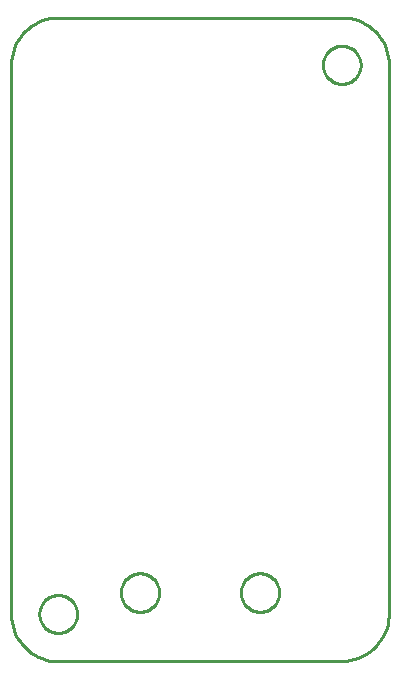
<source format=gbr>
G04 EAGLE Gerber RS-274X export*
G75*
%MOMM*%
%FSLAX34Y34*%
%LPD*%
%IN*%
%IPPOS*%
%AMOC8*
5,1,8,0,0,1.08239X$1,22.5*%
G01*
%ADD10C,0.254000*%


D10*
X0Y40000D02*
X152Y36514D01*
X608Y33054D01*
X1363Y29647D01*
X2412Y26319D01*
X3748Y23095D01*
X5359Y20000D01*
X7234Y17057D01*
X9358Y14289D01*
X11716Y11716D01*
X14289Y9358D01*
X17057Y7234D01*
X20000Y5359D01*
X23095Y3748D01*
X26319Y2412D01*
X29647Y1363D01*
X33054Y608D01*
X36514Y152D01*
X40000Y0D01*
X280000Y0D01*
X283583Y258D01*
X287130Y827D01*
X290614Y1703D01*
X294008Y2879D01*
X297286Y4347D01*
X300425Y6095D01*
X303399Y8109D01*
X306186Y10376D01*
X308765Y12876D01*
X311116Y15592D01*
X313222Y18502D01*
X315066Y21585D01*
X316634Y24817D01*
X317915Y28173D01*
X318898Y31628D01*
X319576Y35156D01*
X319944Y38729D01*
X320000Y42321D01*
X320000Y505000D01*
X319848Y508486D01*
X319392Y511946D01*
X318637Y515353D01*
X317588Y518681D01*
X316252Y521905D01*
X314641Y525000D01*
X312766Y527943D01*
X310642Y530712D01*
X308284Y533284D01*
X305712Y535642D01*
X302943Y537766D01*
X300000Y539641D01*
X296905Y541252D01*
X293681Y542588D01*
X290353Y543637D01*
X286946Y544392D01*
X283486Y544848D01*
X280000Y545000D01*
X40000Y545000D01*
X36514Y544848D01*
X33054Y544392D01*
X29647Y543637D01*
X26319Y542588D01*
X23095Y541252D01*
X20000Y539641D01*
X17057Y537766D01*
X14289Y535642D01*
X11716Y533284D01*
X9358Y530712D01*
X7234Y527943D01*
X5359Y525000D01*
X3748Y521905D01*
X2412Y518681D01*
X1363Y515353D01*
X608Y511946D01*
X152Y508486D01*
X0Y505000D01*
X0Y40000D01*
X125450Y57668D02*
X125380Y56606D01*
X125242Y55552D01*
X125034Y54508D01*
X124759Y53480D01*
X124417Y52473D01*
X124009Y51490D01*
X123539Y50536D01*
X123007Y49614D01*
X122416Y48730D01*
X121768Y47886D01*
X121067Y47086D01*
X120314Y46333D01*
X119514Y45632D01*
X118670Y44984D01*
X117786Y44393D01*
X116864Y43861D01*
X115910Y43391D01*
X114927Y42983D01*
X113920Y42641D01*
X112892Y42366D01*
X111848Y42158D01*
X110794Y42020D01*
X109732Y41950D01*
X108668Y41950D01*
X107606Y42020D01*
X106552Y42158D01*
X105508Y42366D01*
X104480Y42641D01*
X103473Y42983D01*
X102490Y43391D01*
X101536Y43861D01*
X100614Y44393D01*
X99730Y44984D01*
X98886Y45632D01*
X98086Y46333D01*
X97333Y47086D01*
X96632Y47886D01*
X95984Y48730D01*
X95393Y49614D01*
X94861Y50536D01*
X94391Y51490D01*
X93983Y52473D01*
X93641Y53480D01*
X93366Y54508D01*
X93158Y55552D01*
X93020Y56606D01*
X92950Y57668D01*
X92950Y58732D01*
X93020Y59794D01*
X93158Y60848D01*
X93366Y61892D01*
X93641Y62920D01*
X93983Y63927D01*
X94391Y64910D01*
X94861Y65864D01*
X95393Y66786D01*
X95984Y67670D01*
X96632Y68514D01*
X97333Y69314D01*
X98086Y70067D01*
X98886Y70768D01*
X99730Y71416D01*
X100614Y72007D01*
X101536Y72539D01*
X102490Y73009D01*
X103473Y73417D01*
X104480Y73759D01*
X105508Y74034D01*
X106552Y74242D01*
X107606Y74380D01*
X108668Y74450D01*
X109732Y74450D01*
X110794Y74380D01*
X111848Y74242D01*
X112892Y74034D01*
X113920Y73759D01*
X114927Y73417D01*
X115910Y73009D01*
X116864Y72539D01*
X117786Y72007D01*
X118670Y71416D01*
X119514Y70768D01*
X120314Y70067D01*
X121067Y69314D01*
X121768Y68514D01*
X122416Y67670D01*
X123007Y66786D01*
X123539Y65864D01*
X124009Y64910D01*
X124417Y63927D01*
X124759Y62920D01*
X125034Y61892D01*
X125242Y60848D01*
X125380Y59794D01*
X125450Y58732D01*
X125450Y57668D01*
X227050Y57668D02*
X226980Y56606D01*
X226842Y55552D01*
X226634Y54508D01*
X226359Y53480D01*
X226017Y52473D01*
X225609Y51490D01*
X225139Y50536D01*
X224607Y49614D01*
X224016Y48730D01*
X223368Y47886D01*
X222667Y47086D01*
X221914Y46333D01*
X221114Y45632D01*
X220270Y44984D01*
X219386Y44393D01*
X218464Y43861D01*
X217510Y43391D01*
X216527Y42983D01*
X215520Y42641D01*
X214492Y42366D01*
X213448Y42158D01*
X212394Y42020D01*
X211332Y41950D01*
X210268Y41950D01*
X209206Y42020D01*
X208152Y42158D01*
X207108Y42366D01*
X206080Y42641D01*
X205073Y42983D01*
X204090Y43391D01*
X203136Y43861D01*
X202214Y44393D01*
X201330Y44984D01*
X200486Y45632D01*
X199686Y46333D01*
X198933Y47086D01*
X198232Y47886D01*
X197584Y48730D01*
X196993Y49614D01*
X196461Y50536D01*
X195991Y51490D01*
X195583Y52473D01*
X195241Y53480D01*
X194966Y54508D01*
X194758Y55552D01*
X194620Y56606D01*
X194550Y57668D01*
X194550Y58732D01*
X194620Y59794D01*
X194758Y60848D01*
X194966Y61892D01*
X195241Y62920D01*
X195583Y63927D01*
X195991Y64910D01*
X196461Y65864D01*
X196993Y66786D01*
X197584Y67670D01*
X198232Y68514D01*
X198933Y69314D01*
X199686Y70067D01*
X200486Y70768D01*
X201330Y71416D01*
X202214Y72007D01*
X203136Y72539D01*
X204090Y73009D01*
X205073Y73417D01*
X206080Y73759D01*
X207108Y74034D01*
X208152Y74242D01*
X209206Y74380D01*
X210268Y74450D01*
X211332Y74450D01*
X212394Y74380D01*
X213448Y74242D01*
X214492Y74034D01*
X215520Y73759D01*
X216527Y73417D01*
X217510Y73009D01*
X218464Y72539D01*
X219386Y72007D01*
X220270Y71416D01*
X221114Y70768D01*
X221914Y70067D01*
X222667Y69314D01*
X223368Y68514D01*
X224016Y67670D01*
X224607Y66786D01*
X225139Y65864D01*
X225609Y64910D01*
X226017Y63927D01*
X226359Y62920D01*
X226634Y61892D01*
X226842Y60848D01*
X226980Y59794D01*
X227050Y58732D01*
X227050Y57668D01*
X56000Y39476D02*
X55932Y38431D01*
X55795Y37392D01*
X55590Y36365D01*
X55319Y35353D01*
X54983Y34361D01*
X54582Y33393D01*
X54118Y32454D01*
X53595Y31546D01*
X53013Y30675D01*
X52375Y29844D01*
X51684Y29057D01*
X50943Y28316D01*
X50156Y27625D01*
X49325Y26988D01*
X48454Y26406D01*
X47546Y25882D01*
X46607Y25418D01*
X45639Y25017D01*
X44647Y24681D01*
X43635Y24410D01*
X42608Y24205D01*
X41569Y24069D01*
X40524Y24000D01*
X39476Y24000D01*
X38431Y24069D01*
X37392Y24205D01*
X36365Y24410D01*
X35353Y24681D01*
X34361Y25017D01*
X33393Y25418D01*
X32454Y25882D01*
X31546Y26406D01*
X30675Y26988D01*
X29844Y27625D01*
X29057Y28316D01*
X28316Y29057D01*
X27625Y29844D01*
X26988Y30675D01*
X26406Y31546D01*
X25882Y32454D01*
X25418Y33393D01*
X25017Y34361D01*
X24681Y35353D01*
X24410Y36365D01*
X24205Y37392D01*
X24069Y38431D01*
X24000Y39476D01*
X24000Y40524D01*
X24069Y41569D01*
X24205Y42608D01*
X24410Y43635D01*
X24681Y44647D01*
X25017Y45639D01*
X25418Y46607D01*
X25882Y47546D01*
X26406Y48454D01*
X26988Y49325D01*
X27625Y50156D01*
X28316Y50943D01*
X29057Y51684D01*
X29844Y52375D01*
X30675Y53013D01*
X31546Y53595D01*
X32454Y54118D01*
X33393Y54582D01*
X34361Y54983D01*
X35353Y55319D01*
X36365Y55590D01*
X37392Y55795D01*
X38431Y55932D01*
X39476Y56000D01*
X40524Y56000D01*
X41569Y55932D01*
X42608Y55795D01*
X43635Y55590D01*
X44647Y55319D01*
X45639Y54983D01*
X46607Y54582D01*
X47546Y54118D01*
X48454Y53595D01*
X49325Y53013D01*
X50156Y52375D01*
X50943Y51684D01*
X51684Y50943D01*
X52375Y50156D01*
X53013Y49325D01*
X53595Y48454D01*
X54118Y47546D01*
X54582Y46607D01*
X54983Y45639D01*
X55319Y44647D01*
X55590Y43635D01*
X55795Y42608D01*
X55932Y41569D01*
X56000Y40524D01*
X56000Y39476D01*
X296000Y504476D02*
X295932Y503431D01*
X295795Y502392D01*
X295590Y501365D01*
X295319Y500353D01*
X294983Y499361D01*
X294582Y498393D01*
X294118Y497454D01*
X293595Y496546D01*
X293013Y495675D01*
X292375Y494844D01*
X291684Y494057D01*
X290943Y493316D01*
X290156Y492625D01*
X289325Y491988D01*
X288454Y491406D01*
X287546Y490882D01*
X286607Y490418D01*
X285639Y490017D01*
X284647Y489681D01*
X283635Y489410D01*
X282608Y489205D01*
X281569Y489069D01*
X280524Y489000D01*
X279476Y489000D01*
X278431Y489069D01*
X277392Y489205D01*
X276365Y489410D01*
X275353Y489681D01*
X274361Y490017D01*
X273393Y490418D01*
X272454Y490882D01*
X271546Y491406D01*
X270675Y491988D01*
X269844Y492625D01*
X269057Y493316D01*
X268316Y494057D01*
X267625Y494844D01*
X266988Y495675D01*
X266406Y496546D01*
X265882Y497454D01*
X265418Y498393D01*
X265017Y499361D01*
X264681Y500353D01*
X264410Y501365D01*
X264205Y502392D01*
X264069Y503431D01*
X264000Y504476D01*
X264000Y505524D01*
X264069Y506569D01*
X264205Y507608D01*
X264410Y508635D01*
X264681Y509647D01*
X265017Y510639D01*
X265418Y511607D01*
X265882Y512546D01*
X266406Y513454D01*
X266988Y514325D01*
X267625Y515156D01*
X268316Y515943D01*
X269057Y516684D01*
X269844Y517375D01*
X270675Y518013D01*
X271546Y518595D01*
X272454Y519118D01*
X273393Y519582D01*
X274361Y519983D01*
X275353Y520319D01*
X276365Y520590D01*
X277392Y520795D01*
X278431Y520932D01*
X279476Y521000D01*
X280524Y521000D01*
X281569Y520932D01*
X282608Y520795D01*
X283635Y520590D01*
X284647Y520319D01*
X285639Y519983D01*
X286607Y519582D01*
X287546Y519118D01*
X288454Y518595D01*
X289325Y518013D01*
X290156Y517375D01*
X290943Y516684D01*
X291684Y515943D01*
X292375Y515156D01*
X293013Y514325D01*
X293595Y513454D01*
X294118Y512546D01*
X294582Y511607D01*
X294983Y510639D01*
X295319Y509647D01*
X295590Y508635D01*
X295795Y507608D01*
X295932Y506569D01*
X296000Y505524D01*
X296000Y504476D01*
M02*

</source>
